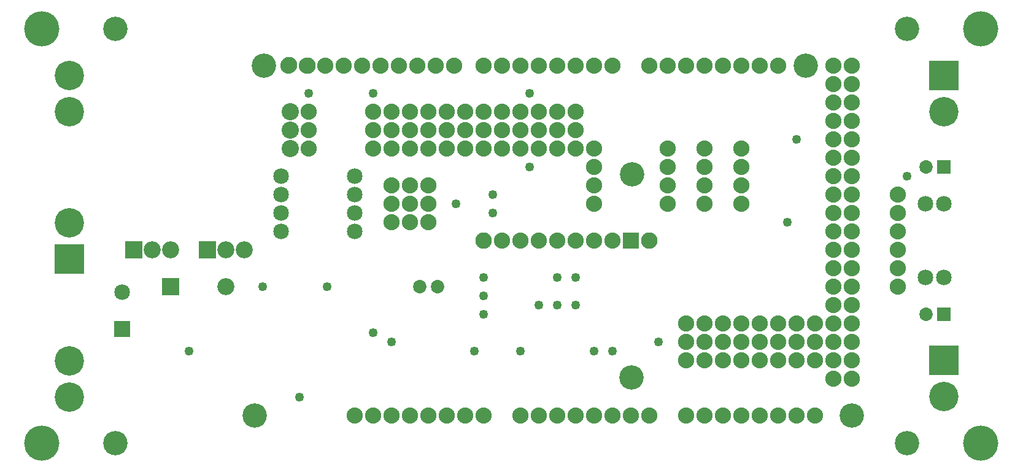
<source format=gbs>
G04 MADE WITH FRITZING*
G04 WWW.FRITZING.ORG*
G04 DOUBLE SIDED*
G04 HOLES PLATED*
G04 CONTOUR ON CENTER OF CONTOUR VECTOR*
%ASAXBY*%
%FSLAX23Y23*%
%MOIN*%
%OFA0B0*%
%SFA1.0B1.0*%
%ADD10C,0.049370*%
%ADD11C,0.088000*%
%ADD12C,0.093307*%
%ADD13C,0.092000*%
%ADD14C,0.089370*%
%ADD15C,0.085000*%
%ADD16C,0.076604*%
%ADD17C,0.076632*%
%ADD18C,0.075993*%
%ADD19C,0.072992*%
%ADD20C,0.159606*%
%ADD21C,0.132047*%
%ADD22C,0.191102*%
%ADD23R,0.092000X0.092000*%
%ADD24R,0.072992X0.072992*%
%ADD25R,0.085000X0.085000*%
%ADD26R,0.159606X0.159606*%
%ADD27R,0.088000X0.088000*%
%ADD28C,0.025748*%
%LNMASK0*%
G90*
G70*
G54D10*
X3526Y697D03*
X1576Y397D03*
X2526Y647D03*
X1376Y997D03*
G54D11*
X4376Y297D03*
X4276Y297D03*
X4176Y297D03*
X4076Y297D03*
X3976Y297D03*
X3876Y297D03*
X3776Y297D03*
X3676Y297D03*
X4376Y297D03*
X4276Y297D03*
X4176Y297D03*
X4076Y297D03*
X3976Y297D03*
X3876Y297D03*
X3776Y297D03*
X3676Y297D03*
X4576Y2197D03*
X4576Y2097D03*
X4576Y1997D03*
X4576Y1897D03*
X4576Y1797D03*
X4576Y1697D03*
X4576Y1597D03*
X4576Y1497D03*
X4576Y1397D03*
X4576Y1297D03*
X4576Y1197D03*
X4576Y1097D03*
X4576Y997D03*
X4576Y897D03*
X4576Y797D03*
X4576Y697D03*
X4576Y597D03*
X4576Y497D03*
X4576Y2197D03*
X4576Y2097D03*
X4576Y1997D03*
X4576Y1897D03*
X4576Y1797D03*
X4576Y1697D03*
X4576Y1597D03*
X4576Y1497D03*
X4576Y1397D03*
X4576Y1297D03*
X4576Y1197D03*
X4576Y1097D03*
X4576Y997D03*
X4576Y897D03*
X4576Y797D03*
X4576Y697D03*
X4576Y597D03*
X4576Y497D03*
X4476Y497D03*
X4476Y597D03*
X4476Y697D03*
X4476Y797D03*
X4476Y897D03*
X4476Y997D03*
X4476Y1097D03*
X4476Y1197D03*
X4476Y1297D03*
X4476Y1397D03*
X4476Y1497D03*
X4476Y1597D03*
X4476Y1697D03*
X4476Y1797D03*
X4476Y1897D03*
X4476Y1997D03*
X4476Y2097D03*
X4476Y2197D03*
X4576Y2197D03*
X4576Y2097D03*
X4576Y1997D03*
X4576Y1897D03*
X4576Y1797D03*
X4576Y1697D03*
X4576Y1597D03*
X4576Y1497D03*
X4576Y1397D03*
X4576Y1297D03*
X4576Y1197D03*
X4576Y1097D03*
X4576Y997D03*
X4576Y897D03*
X4576Y797D03*
X4576Y697D03*
X4576Y597D03*
X4576Y497D03*
X4576Y2197D03*
X4576Y2097D03*
X4576Y1997D03*
X4576Y1897D03*
X4576Y1797D03*
X4576Y1697D03*
X4576Y1597D03*
X4576Y1497D03*
X4576Y1397D03*
X4576Y1297D03*
X4576Y1197D03*
X4576Y1097D03*
X4576Y997D03*
X4576Y897D03*
X4576Y797D03*
X4576Y697D03*
X4576Y597D03*
X4576Y497D03*
X4476Y497D03*
X4476Y597D03*
X4476Y697D03*
X4476Y797D03*
X4476Y897D03*
X4476Y997D03*
X4476Y1097D03*
X4476Y1197D03*
X4476Y1297D03*
X4476Y1397D03*
X4476Y1497D03*
X4476Y1597D03*
X4476Y1697D03*
X4476Y1797D03*
X4476Y1897D03*
X4476Y1997D03*
X4476Y2097D03*
X4476Y2197D03*
X2576Y297D03*
X2476Y297D03*
X2376Y297D03*
X2276Y297D03*
X2176Y297D03*
X2076Y297D03*
X1976Y297D03*
X1876Y297D03*
X2576Y297D03*
X2476Y297D03*
X2376Y297D03*
X2276Y297D03*
X2176Y297D03*
X2076Y297D03*
X1976Y297D03*
X1876Y297D03*
X3476Y297D03*
X3376Y297D03*
X3276Y297D03*
X3176Y297D03*
X3076Y297D03*
X2976Y297D03*
X2876Y297D03*
X2776Y297D03*
X3476Y297D03*
X3376Y297D03*
X3276Y297D03*
X3176Y297D03*
X3076Y297D03*
X2976Y297D03*
X2876Y297D03*
X2776Y297D03*
X4176Y2197D03*
X4076Y2197D03*
X3976Y2197D03*
X3876Y2197D03*
X3776Y2197D03*
X3676Y2197D03*
X3576Y2197D03*
X3476Y2197D03*
X4176Y2197D03*
X4076Y2197D03*
X3976Y2197D03*
X3876Y2197D03*
X3776Y2197D03*
X3676Y2197D03*
X3576Y2197D03*
X3476Y2197D03*
X3276Y2197D03*
X3176Y2197D03*
X3076Y2197D03*
X2976Y2197D03*
X2876Y2197D03*
X2776Y2197D03*
X2676Y2197D03*
X2576Y2197D03*
X3276Y2197D03*
X3176Y2197D03*
X3076Y2197D03*
X2976Y2197D03*
X2876Y2197D03*
X2776Y2197D03*
X2676Y2197D03*
X2576Y2197D03*
X2416Y2197D03*
X2316Y2197D03*
X2216Y2197D03*
X2116Y2197D03*
X2016Y2197D03*
X1916Y2197D03*
X1816Y2197D03*
X1716Y2197D03*
X1616Y2197D03*
X1516Y2197D03*
X2416Y2197D03*
X2316Y2197D03*
X2216Y2197D03*
X2116Y2197D03*
X2016Y2197D03*
X1916Y2197D03*
X1816Y2197D03*
X1716Y2197D03*
X1616Y2197D03*
X1516Y2197D03*
G54D10*
X976Y647D03*
X1726Y997D03*
X1976Y747D03*
X2076Y697D03*
X3176Y647D03*
X3276Y647D03*
X2776Y647D03*
X2876Y897D03*
X2626Y1397D03*
X2626Y1497D03*
X2826Y1647D03*
X2826Y2047D03*
G54D12*
X1526Y1947D03*
X1526Y1847D03*
X1526Y1747D03*
G54D11*
X1626Y1947D03*
X1626Y1847D03*
X1626Y1747D03*
G54D10*
X1976Y2047D03*
X1626Y2047D03*
G54D13*
X876Y997D03*
X1174Y997D03*
G54D14*
X1617Y2198D03*
X1517Y2199D03*
X3476Y1247D03*
X2576Y1247D03*
G54D11*
X3076Y1847D03*
X2976Y1847D03*
X2876Y1847D03*
X2776Y1847D03*
X2676Y1847D03*
X2576Y1847D03*
X2476Y1847D03*
X2376Y1847D03*
X2276Y1847D03*
X2176Y1847D03*
X2076Y1847D03*
X1976Y1847D03*
X3076Y1747D03*
X2976Y1747D03*
X2876Y1747D03*
X2776Y1747D03*
X2676Y1747D03*
X2576Y1747D03*
X2476Y1747D03*
X2376Y1747D03*
X2276Y1747D03*
X2176Y1747D03*
X2076Y1747D03*
X1976Y1747D03*
X3076Y1947D03*
X2976Y1947D03*
X2876Y1947D03*
X2776Y1947D03*
X2676Y1947D03*
X2576Y1947D03*
X2476Y1947D03*
X2376Y1947D03*
X2276Y1947D03*
X2176Y1947D03*
X2076Y1947D03*
X1976Y1947D03*
X4376Y597D03*
X4276Y597D03*
X4176Y597D03*
X4076Y597D03*
X3976Y597D03*
X3876Y597D03*
X3776Y597D03*
X3676Y597D03*
X4376Y597D03*
X4276Y597D03*
X4176Y597D03*
X4076Y597D03*
X3976Y597D03*
X3876Y597D03*
X3776Y597D03*
X3676Y597D03*
X4376Y697D03*
X4276Y697D03*
X4176Y697D03*
X4076Y697D03*
X3976Y697D03*
X3876Y697D03*
X3776Y697D03*
X3676Y697D03*
X4376Y697D03*
X4276Y697D03*
X4176Y697D03*
X4076Y697D03*
X3976Y697D03*
X3876Y697D03*
X3776Y697D03*
X3676Y697D03*
X4376Y797D03*
X4276Y797D03*
X4176Y797D03*
X4076Y797D03*
X3976Y797D03*
X3876Y797D03*
X3776Y797D03*
X3676Y797D03*
X4376Y797D03*
X4276Y797D03*
X4176Y797D03*
X4076Y797D03*
X3976Y797D03*
X3876Y797D03*
X3776Y797D03*
X3676Y797D03*
G54D10*
X4876Y1597D03*
X4276Y1797D03*
X4226Y1347D03*
X2426Y1447D03*
X2576Y947D03*
X3076Y1047D03*
X2976Y1047D03*
X3076Y897D03*
X2976Y897D03*
X2576Y1047D03*
G54D15*
X1476Y1597D03*
X1876Y1597D03*
G54D16*
X3776Y297D03*
X3876Y297D03*
X3976Y297D03*
X4076Y297D03*
G54D17*
X2416Y2197D03*
G54D16*
X4176Y297D03*
X4276Y297D03*
X4376Y297D03*
G54D18*
X4576Y1297D03*
G54D16*
X2776Y297D03*
X2876Y297D03*
X2176Y297D03*
X2976Y297D03*
X3076Y297D03*
X3176Y297D03*
X3276Y297D03*
X3376Y297D03*
G54D18*
X4576Y2097D03*
G54D16*
X3476Y297D03*
G54D18*
X4576Y497D03*
G54D17*
X2976Y2197D03*
G54D18*
X4576Y1697D03*
X4576Y897D03*
G54D17*
X2016Y2197D03*
G54D16*
X2576Y297D03*
G54D17*
X2576Y2197D03*
G54D18*
X4576Y1897D03*
X4576Y1497D03*
X4576Y1097D03*
X4576Y697D03*
G54D17*
X4176Y2197D03*
X4076Y2197D03*
X3976Y2197D03*
X1816Y2197D03*
X3876Y2197D03*
X2216Y2197D03*
X3776Y2197D03*
X3676Y2197D03*
X3576Y2197D03*
X3476Y2197D03*
G54D16*
X1976Y297D03*
X2376Y297D03*
G54D17*
X3176Y2197D03*
X2776Y2197D03*
G54D18*
X4576Y2197D03*
X4576Y1997D03*
X4576Y1797D03*
X4576Y1597D03*
X4576Y1397D03*
X4576Y1197D03*
X4576Y997D03*
X4576Y797D03*
X4576Y597D03*
G54D17*
X1716Y2197D03*
X1916Y2197D03*
X2116Y2197D03*
X2316Y2197D03*
G54D16*
X1876Y297D03*
X2076Y297D03*
X2276Y297D03*
X2476Y297D03*
G54D17*
X3276Y2197D03*
X3076Y2197D03*
X2876Y2197D03*
X2676Y2197D03*
G54D18*
X4476Y2197D03*
X4476Y2097D03*
X4476Y1997D03*
X4476Y1897D03*
X4476Y1797D03*
X4476Y1697D03*
X4476Y1597D03*
X4476Y1497D03*
X4476Y1397D03*
X4476Y1297D03*
X4476Y1197D03*
X4476Y1097D03*
X4476Y997D03*
X4476Y897D03*
X4476Y797D03*
X4476Y697D03*
X4476Y597D03*
X4476Y497D03*
G54D16*
X3676Y297D03*
G54D19*
X5076Y847D03*
X4978Y847D03*
X2326Y997D03*
X2228Y997D03*
X5076Y1647D03*
X4978Y1647D03*
G54D15*
X5076Y1447D03*
X5076Y1047D03*
X4976Y1447D03*
X4976Y1047D03*
G54D10*
X2576Y847D03*
G54D15*
X610Y766D03*
X610Y966D03*
G54D11*
X2076Y1547D03*
X2076Y1447D03*
X2076Y1347D03*
X2176Y1547D03*
X2176Y1447D03*
X2176Y1347D03*
X2276Y1547D03*
X2276Y1447D03*
X2276Y1347D03*
X4826Y1497D03*
X4826Y1397D03*
X4826Y1297D03*
X4826Y1197D03*
X4826Y1097D03*
X4826Y997D03*
X3176Y1747D03*
X3176Y1647D03*
X3176Y1547D03*
X3176Y1447D03*
X3576Y1747D03*
X3576Y1647D03*
X3576Y1547D03*
X3576Y1447D03*
X3776Y1747D03*
X3776Y1647D03*
X3776Y1547D03*
X3776Y1447D03*
X3976Y1747D03*
X3976Y1647D03*
X3976Y1547D03*
X3976Y1447D03*
G54D20*
X326Y1147D03*
X326Y1344D03*
X326Y397D03*
X326Y594D03*
X5076Y597D03*
X5076Y400D03*
X326Y1947D03*
X326Y2144D03*
X5076Y2144D03*
X5076Y1947D03*
G54D15*
X1476Y1497D03*
X1876Y1497D03*
X1476Y1397D03*
X1876Y1397D03*
X1476Y1297D03*
X1876Y1297D03*
G54D11*
X3376Y1247D03*
X3276Y1247D03*
X3176Y1247D03*
X3076Y1247D03*
X2976Y1247D03*
X2876Y1247D03*
X2776Y1247D03*
X2676Y1247D03*
G54D13*
X1076Y1197D03*
X1176Y1197D03*
X1276Y1197D03*
X676Y1197D03*
X776Y1197D03*
X876Y1197D03*
G54D21*
X4326Y2197D03*
X1381Y2196D03*
X1331Y297D03*
X4576Y297D03*
X3383Y1606D03*
X3379Y503D03*
X576Y147D03*
X576Y2397D03*
G54D22*
X176Y147D03*
X176Y2397D03*
G54D21*
X4876Y2397D03*
G54D22*
X5276Y2397D03*
G54D21*
X4876Y147D03*
G54D22*
X5276Y147D03*
G54D23*
X875Y997D03*
G54D24*
X5076Y847D03*
X5076Y1647D03*
G54D25*
X610Y766D03*
G54D26*
X326Y1147D03*
X5076Y597D03*
X5076Y2144D03*
G54D27*
X3376Y1247D03*
G54D23*
X1076Y1197D03*
X676Y1197D03*
G54D28*
G36*
X2302Y1021D02*
X2350Y1021D01*
X2350Y973D01*
X2302Y973D01*
X2302Y1021D01*
G37*
D02*
G54D10*
G36*
X271Y342D02*
X271Y452D01*
X381Y452D01*
X381Y342D01*
X271Y342D01*
G37*
D02*
G36*
X271Y1892D02*
X271Y2002D01*
X381Y2002D01*
X381Y1892D01*
X271Y1892D01*
G37*
D02*
G04 End of Mask0*
M02*
</source>
